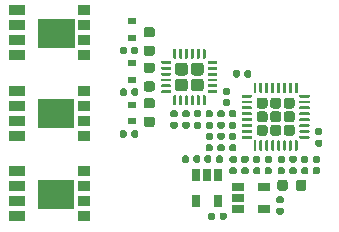
<source format=gbr>
%TF.GenerationSoftware,KiCad,Pcbnew,(5.1.6-0-10_14)*%
%TF.CreationDate,2021-03-16T08:34:44-04:00*%
%TF.ProjectId,F051_ESC,46303531-5f45-4534-932e-6b696361645f,rev?*%
%TF.SameCoordinates,Original*%
%TF.FileFunction,Paste,Bot*%
%TF.FilePolarity,Positive*%
%FSLAX46Y46*%
G04 Gerber Fmt 4.6, Leading zero omitted, Abs format (unit mm)*
G04 Created by KiCad (PCBNEW (5.1.6-0-10_14)) date 2021-03-16 08:34:44*
%MOMM*%
%LPD*%
G01*
G04 APERTURE LIST*
%ADD10C,0.010000*%
%ADD11R,1.050000X0.850000*%
%ADD12R,1.450000X0.850000*%
%ADD13R,0.650000X1.060000*%
%ADD14R,1.060000X0.650000*%
%ADD15R,0.700000X0.600000*%
G04 APERTURE END LIST*
D10*
%TO.C,Q5*%
G36*
X227560000Y-87986000D02*
G01*
X230540000Y-87986000D01*
X230540000Y-85614000D01*
X227560000Y-85614000D01*
X227560000Y-87986000D01*
G37*
X227560000Y-87986000D02*
X230540000Y-87986000D01*
X230540000Y-85614000D01*
X227560000Y-85614000D01*
X227560000Y-87986000D01*
%TO.C,Q3*%
G36*
X227560000Y-81186000D02*
G01*
X230540000Y-81186000D01*
X230540000Y-78814000D01*
X227560000Y-78814000D01*
X227560000Y-81186000D01*
G37*
X227560000Y-81186000D02*
X230540000Y-81186000D01*
X230540000Y-78814000D01*
X227560000Y-78814000D01*
X227560000Y-81186000D01*
%TO.C,Q1*%
G36*
X227600000Y-74386000D02*
G01*
X230580000Y-74386000D01*
X230580000Y-72014000D01*
X227600000Y-72014000D01*
X227600000Y-74386000D01*
G37*
X227600000Y-74386000D02*
X230580000Y-74386000D01*
X230580000Y-72014000D01*
X227600000Y-72014000D01*
X227600000Y-74386000D01*
%TD*%
D11*
%TO.C,Q5*%
X231450000Y-88705000D03*
X231450000Y-87435000D03*
X231450000Y-86165000D03*
X231450000Y-84895000D03*
D12*
X225750000Y-84895000D03*
X225750000Y-86165000D03*
X225750000Y-87435000D03*
X225750000Y-88705000D03*
%TD*%
D13*
%TO.C,U7*%
X240920000Y-87420000D03*
X242820000Y-87420000D03*
X242820000Y-85220000D03*
X241870000Y-85220000D03*
X240920000Y-85220000D03*
%TD*%
%TO.C,C2*%
G36*
G01*
X244650000Y-76487500D02*
X244650000Y-76832500D01*
G75*
G02*
X244502500Y-76980000I-147500J0D01*
G01*
X244207500Y-76980000D01*
G75*
G02*
X244060000Y-76832500I0J147500D01*
G01*
X244060000Y-76487500D01*
G75*
G02*
X244207500Y-76340000I147500J0D01*
G01*
X244502500Y-76340000D01*
G75*
G02*
X244650000Y-76487500I0J-147500D01*
G01*
G37*
G36*
G01*
X245620000Y-76487500D02*
X245620000Y-76832500D01*
G75*
G02*
X245472500Y-76980000I-147500J0D01*
G01*
X245177500Y-76980000D01*
G75*
G02*
X245030000Y-76832500I0J147500D01*
G01*
X245030000Y-76487500D01*
G75*
G02*
X245177500Y-76340000I147500J0D01*
G01*
X245472500Y-76340000D01*
G75*
G02*
X245620000Y-76487500I0J-147500D01*
G01*
G37*
%TD*%
%TO.C,R3*%
G36*
G01*
X242620000Y-84072500D02*
X242620000Y-83727500D01*
G75*
G02*
X242767500Y-83580000I147500J0D01*
G01*
X243062500Y-83580000D01*
G75*
G02*
X243210000Y-83727500I0J-147500D01*
G01*
X243210000Y-84072500D01*
G75*
G02*
X243062500Y-84220000I-147500J0D01*
G01*
X242767500Y-84220000D01*
G75*
G02*
X242620000Y-84072500I0J147500D01*
G01*
G37*
G36*
G01*
X241650000Y-84072500D02*
X241650000Y-83727500D01*
G75*
G02*
X241797500Y-83580000I147500J0D01*
G01*
X242092500Y-83580000D01*
G75*
G02*
X242240000Y-83727500I0J-147500D01*
G01*
X242240000Y-84072500D01*
G75*
G02*
X242092500Y-84220000I-147500J0D01*
G01*
X241797500Y-84220000D01*
G75*
G02*
X241650000Y-84072500I0J147500D01*
G01*
G37*
%TD*%
%TO.C,C8*%
G36*
G01*
X240710000Y-84072500D02*
X240710000Y-83727500D01*
G75*
G02*
X240857500Y-83580000I147500J0D01*
G01*
X241152500Y-83580000D01*
G75*
G02*
X241300000Y-83727500I0J-147500D01*
G01*
X241300000Y-84072500D01*
G75*
G02*
X241152500Y-84220000I-147500J0D01*
G01*
X240857500Y-84220000D01*
G75*
G02*
X240710000Y-84072500I0J147500D01*
G01*
G37*
G36*
G01*
X239740000Y-84072500D02*
X239740000Y-83727500D01*
G75*
G02*
X239887500Y-83580000I147500J0D01*
G01*
X240182500Y-83580000D01*
G75*
G02*
X240330000Y-83727500I0J-147500D01*
G01*
X240330000Y-84072500D01*
G75*
G02*
X240182500Y-84220000I-147500J0D01*
G01*
X239887500Y-84220000D01*
G75*
G02*
X239740000Y-84072500I0J147500D01*
G01*
G37*
%TD*%
%TO.C,R2*%
G36*
G01*
X242550000Y-88567500D02*
X242550000Y-88912500D01*
G75*
G02*
X242402500Y-89060000I-147500J0D01*
G01*
X242107500Y-89060000D01*
G75*
G02*
X241960000Y-88912500I0J147500D01*
G01*
X241960000Y-88567500D01*
G75*
G02*
X242107500Y-88420000I147500J0D01*
G01*
X242402500Y-88420000D01*
G75*
G02*
X242550000Y-88567500I0J-147500D01*
G01*
G37*
G36*
G01*
X243520000Y-88567500D02*
X243520000Y-88912500D01*
G75*
G02*
X243372500Y-89060000I-147500J0D01*
G01*
X243077500Y-89060000D01*
G75*
G02*
X242930000Y-88912500I0J147500D01*
G01*
X242930000Y-88567500D01*
G75*
G02*
X243077500Y-88420000I147500J0D01*
G01*
X243372500Y-88420000D01*
G75*
G02*
X243520000Y-88567500I0J-147500D01*
G01*
G37*
%TD*%
%TO.C,C7*%
G36*
G01*
X247867500Y-88010000D02*
X248212500Y-88010000D01*
G75*
G02*
X248360000Y-88157500I0J-147500D01*
G01*
X248360000Y-88452500D01*
G75*
G02*
X248212500Y-88600000I-147500J0D01*
G01*
X247867500Y-88600000D01*
G75*
G02*
X247720000Y-88452500I0J147500D01*
G01*
X247720000Y-88157500D01*
G75*
G02*
X247867500Y-88010000I147500J0D01*
G01*
G37*
G36*
G01*
X247867500Y-87040000D02*
X248212500Y-87040000D01*
G75*
G02*
X248360000Y-87187500I0J-147500D01*
G01*
X248360000Y-87482500D01*
G75*
G02*
X248212500Y-87630000I-147500J0D01*
G01*
X247867500Y-87630000D01*
G75*
G02*
X247720000Y-87482500I0J147500D01*
G01*
X247720000Y-87187500D01*
G75*
G02*
X247867500Y-87040000I147500J0D01*
G01*
G37*
%TD*%
%TO.C,FB1*%
G36*
G01*
X249400000Y-86366250D02*
X249400000Y-85853750D01*
G75*
G02*
X249618750Y-85635000I218750J0D01*
G01*
X250056250Y-85635000D01*
G75*
G02*
X250275000Y-85853750I0J-218750D01*
G01*
X250275000Y-86366250D01*
G75*
G02*
X250056250Y-86585000I-218750J0D01*
G01*
X249618750Y-86585000D01*
G75*
G02*
X249400000Y-86366250I0J218750D01*
G01*
G37*
G36*
G01*
X247825000Y-86366250D02*
X247825000Y-85853750D01*
G75*
G02*
X248043750Y-85635000I218750J0D01*
G01*
X248481250Y-85635000D01*
G75*
G02*
X248700000Y-85853750I0J-218750D01*
G01*
X248700000Y-86366250D01*
G75*
G02*
X248481250Y-86585000I-218750J0D01*
G01*
X248043750Y-86585000D01*
G75*
G02*
X247825000Y-86366250I0J218750D01*
G01*
G37*
%TD*%
%TO.C,C6*%
G36*
G01*
X248977500Y-84590000D02*
X249322500Y-84590000D01*
G75*
G02*
X249470000Y-84737500I0J-147500D01*
G01*
X249470000Y-85032500D01*
G75*
G02*
X249322500Y-85180000I-147500J0D01*
G01*
X248977500Y-85180000D01*
G75*
G02*
X248830000Y-85032500I0J147500D01*
G01*
X248830000Y-84737500D01*
G75*
G02*
X248977500Y-84590000I147500J0D01*
G01*
G37*
G36*
G01*
X248977500Y-83620000D02*
X249322500Y-83620000D01*
G75*
G02*
X249470000Y-83767500I0J-147500D01*
G01*
X249470000Y-84062500D01*
G75*
G02*
X249322500Y-84210000I-147500J0D01*
G01*
X248977500Y-84210000D01*
G75*
G02*
X248830000Y-84062500I0J147500D01*
G01*
X248830000Y-83767500D01*
G75*
G02*
X248977500Y-83620000I147500J0D01*
G01*
G37*
%TD*%
D14*
%TO.C,U5*%
X246720000Y-88130000D03*
X246720000Y-86230000D03*
X244520000Y-86230000D03*
X244520000Y-87180000D03*
X244520000Y-88130000D03*
%TD*%
D15*
%TO.C,D4*%
X235500000Y-79290000D03*
X235500000Y-80690000D03*
%TD*%
%TO.C,D3*%
X235500000Y-72210000D03*
X235500000Y-73610000D03*
%TD*%
%TO.C,D2*%
X235500000Y-75750000D03*
X235500000Y-77150000D03*
%TD*%
%TO.C,C12*%
G36*
G01*
X236723750Y-77290000D02*
X237236250Y-77290000D01*
G75*
G02*
X237455000Y-77508750I0J-218750D01*
G01*
X237455000Y-77946250D01*
G75*
G02*
X237236250Y-78165000I-218750J0D01*
G01*
X236723750Y-78165000D01*
G75*
G02*
X236505000Y-77946250I0J218750D01*
G01*
X236505000Y-77508750D01*
G75*
G02*
X236723750Y-77290000I218750J0D01*
G01*
G37*
G36*
G01*
X236723750Y-75715000D02*
X237236250Y-75715000D01*
G75*
G02*
X237455000Y-75933750I0J-218750D01*
G01*
X237455000Y-76371250D01*
G75*
G02*
X237236250Y-76590000I-218750J0D01*
G01*
X236723750Y-76590000D01*
G75*
G02*
X236505000Y-76371250I0J218750D01*
G01*
X236505000Y-75933750D01*
G75*
G02*
X236723750Y-75715000I218750J0D01*
G01*
G37*
%TD*%
%TO.C,C11*%
G36*
G01*
X243347500Y-78820000D02*
X243692500Y-78820000D01*
G75*
G02*
X243840000Y-78967500I0J-147500D01*
G01*
X243840000Y-79262500D01*
G75*
G02*
X243692500Y-79410000I-147500J0D01*
G01*
X243347500Y-79410000D01*
G75*
G02*
X243200000Y-79262500I0J147500D01*
G01*
X243200000Y-78967500D01*
G75*
G02*
X243347500Y-78820000I147500J0D01*
G01*
G37*
G36*
G01*
X243347500Y-77850000D02*
X243692500Y-77850000D01*
G75*
G02*
X243840000Y-77997500I0J-147500D01*
G01*
X243840000Y-78292500D01*
G75*
G02*
X243692500Y-78440000I-147500J0D01*
G01*
X243347500Y-78440000D01*
G75*
G02*
X243200000Y-78292500I0J147500D01*
G01*
X243200000Y-77997500D01*
G75*
G02*
X243347500Y-77850000I147500J0D01*
G01*
G37*
%TD*%
%TO.C,R15*%
G36*
G01*
X242877500Y-82640000D02*
X243222500Y-82640000D01*
G75*
G02*
X243370000Y-82787500I0J-147500D01*
G01*
X243370000Y-83082500D01*
G75*
G02*
X243222500Y-83230000I-147500J0D01*
G01*
X242877500Y-83230000D01*
G75*
G02*
X242730000Y-83082500I0J147500D01*
G01*
X242730000Y-82787500D01*
G75*
G02*
X242877500Y-82640000I147500J0D01*
G01*
G37*
G36*
G01*
X242877500Y-81670000D02*
X243222500Y-81670000D01*
G75*
G02*
X243370000Y-81817500I0J-147500D01*
G01*
X243370000Y-82112500D01*
G75*
G02*
X243222500Y-82260000I-147500J0D01*
G01*
X242877500Y-82260000D01*
G75*
G02*
X242730000Y-82112500I0J147500D01*
G01*
X242730000Y-81817500D01*
G75*
G02*
X242877500Y-81670000I147500J0D01*
G01*
G37*
%TD*%
D11*
%TO.C,Q3*%
X231450000Y-81905000D03*
X231450000Y-80635000D03*
X231450000Y-79365000D03*
X231450000Y-78095000D03*
D12*
X225750000Y-78095000D03*
X225750000Y-79365000D03*
X225750000Y-80635000D03*
X225750000Y-81905000D03*
%TD*%
D11*
%TO.C,Q1*%
X231490000Y-75105000D03*
X231490000Y-73835000D03*
X231490000Y-72565000D03*
X231490000Y-71295000D03*
D12*
X225790000Y-71295000D03*
X225790000Y-72565000D03*
X225790000Y-73835000D03*
X225790000Y-75105000D03*
%TD*%
%TO.C,C1*%
G36*
G01*
X250957500Y-84590000D02*
X251302500Y-84590000D01*
G75*
G02*
X251450000Y-84737500I0J-147500D01*
G01*
X251450000Y-85032500D01*
G75*
G02*
X251302500Y-85180000I-147500J0D01*
G01*
X250957500Y-85180000D01*
G75*
G02*
X250810000Y-85032500I0J147500D01*
G01*
X250810000Y-84737500D01*
G75*
G02*
X250957500Y-84590000I147500J0D01*
G01*
G37*
G36*
G01*
X250957500Y-83620000D02*
X251302500Y-83620000D01*
G75*
G02*
X251450000Y-83767500I0J-147500D01*
G01*
X251450000Y-84062500D01*
G75*
G02*
X251302500Y-84210000I-147500J0D01*
G01*
X250957500Y-84210000D01*
G75*
G02*
X250810000Y-84062500I0J147500D01*
G01*
X250810000Y-83767500D01*
G75*
G02*
X250957500Y-83620000I147500J0D01*
G01*
G37*
%TD*%
%TO.C,R24*%
G36*
G01*
X243917500Y-84590000D02*
X244262500Y-84590000D01*
G75*
G02*
X244410000Y-84737500I0J-147500D01*
G01*
X244410000Y-85032500D01*
G75*
G02*
X244262500Y-85180000I-147500J0D01*
G01*
X243917500Y-85180000D01*
G75*
G02*
X243770000Y-85032500I0J147500D01*
G01*
X243770000Y-84737500D01*
G75*
G02*
X243917500Y-84590000I147500J0D01*
G01*
G37*
G36*
G01*
X243917500Y-83620000D02*
X244262500Y-83620000D01*
G75*
G02*
X244410000Y-83767500I0J-147500D01*
G01*
X244410000Y-84062500D01*
G75*
G02*
X244262500Y-84210000I-147500J0D01*
G01*
X243917500Y-84210000D01*
G75*
G02*
X243770000Y-84062500I0J147500D01*
G01*
X243770000Y-83767500D01*
G75*
G02*
X243917500Y-83620000I147500J0D01*
G01*
G37*
%TD*%
%TO.C,R23*%
G36*
G01*
X251147500Y-82230000D02*
X251492500Y-82230000D01*
G75*
G02*
X251640000Y-82377500I0J-147500D01*
G01*
X251640000Y-82672500D01*
G75*
G02*
X251492500Y-82820000I-147500J0D01*
G01*
X251147500Y-82820000D01*
G75*
G02*
X251000000Y-82672500I0J147500D01*
G01*
X251000000Y-82377500D01*
G75*
G02*
X251147500Y-82230000I147500J0D01*
G01*
G37*
G36*
G01*
X251147500Y-81260000D02*
X251492500Y-81260000D01*
G75*
G02*
X251640000Y-81407500I0J-147500D01*
G01*
X251640000Y-81702500D01*
G75*
G02*
X251492500Y-81850000I-147500J0D01*
G01*
X251147500Y-81850000D01*
G75*
G02*
X251000000Y-81702500I0J147500D01*
G01*
X251000000Y-81407500D01*
G75*
G02*
X251147500Y-81260000I147500J0D01*
G01*
G37*
%TD*%
%TO.C,R21*%
G36*
G01*
X244907500Y-84590000D02*
X245252500Y-84590000D01*
G75*
G02*
X245400000Y-84737500I0J-147500D01*
G01*
X245400000Y-85032500D01*
G75*
G02*
X245252500Y-85180000I-147500J0D01*
G01*
X244907500Y-85180000D01*
G75*
G02*
X244760000Y-85032500I0J147500D01*
G01*
X244760000Y-84737500D01*
G75*
G02*
X244907500Y-84590000I147500J0D01*
G01*
G37*
G36*
G01*
X244907500Y-83620000D02*
X245252500Y-83620000D01*
G75*
G02*
X245400000Y-83767500I0J-147500D01*
G01*
X245400000Y-84062500D01*
G75*
G02*
X245252500Y-84210000I-147500J0D01*
G01*
X244907500Y-84210000D01*
G75*
G02*
X244760000Y-84062500I0J147500D01*
G01*
X244760000Y-83767500D01*
G75*
G02*
X244907500Y-83620000I147500J0D01*
G01*
G37*
%TD*%
%TO.C,R20*%
G36*
G01*
X244212500Y-82260000D02*
X243867500Y-82260000D01*
G75*
G02*
X243720000Y-82112500I0J147500D01*
G01*
X243720000Y-81817500D01*
G75*
G02*
X243867500Y-81670000I147500J0D01*
G01*
X244212500Y-81670000D01*
G75*
G02*
X244360000Y-81817500I0J-147500D01*
G01*
X244360000Y-82112500D01*
G75*
G02*
X244212500Y-82260000I-147500J0D01*
G01*
G37*
G36*
G01*
X244212500Y-83230000D02*
X243867500Y-83230000D01*
G75*
G02*
X243720000Y-83082500I0J147500D01*
G01*
X243720000Y-82787500D01*
G75*
G02*
X243867500Y-82640000I147500J0D01*
G01*
X244212500Y-82640000D01*
G75*
G02*
X244360000Y-82787500I0J-147500D01*
G01*
X244360000Y-83082500D01*
G75*
G02*
X244212500Y-83230000I-147500J0D01*
G01*
G37*
%TD*%
%TO.C,R19*%
G36*
G01*
X247232500Y-84210000D02*
X246887500Y-84210000D01*
G75*
G02*
X246740000Y-84062500I0J147500D01*
G01*
X246740000Y-83767500D01*
G75*
G02*
X246887500Y-83620000I147500J0D01*
G01*
X247232500Y-83620000D01*
G75*
G02*
X247380000Y-83767500I0J-147500D01*
G01*
X247380000Y-84062500D01*
G75*
G02*
X247232500Y-84210000I-147500J0D01*
G01*
G37*
G36*
G01*
X247232500Y-85180000D02*
X246887500Y-85180000D01*
G75*
G02*
X246740000Y-85032500I0J147500D01*
G01*
X246740000Y-84737500D01*
G75*
G02*
X246887500Y-84590000I147500J0D01*
G01*
X247232500Y-84590000D01*
G75*
G02*
X247380000Y-84737500I0J-147500D01*
G01*
X247380000Y-85032500D01*
G75*
G02*
X247232500Y-85180000I-147500J0D01*
G01*
G37*
%TD*%
%TO.C,R18*%
G36*
G01*
X246242500Y-84210000D02*
X245897500Y-84210000D01*
G75*
G02*
X245750000Y-84062500I0J147500D01*
G01*
X245750000Y-83767500D01*
G75*
G02*
X245897500Y-83620000I147500J0D01*
G01*
X246242500Y-83620000D01*
G75*
G02*
X246390000Y-83767500I0J-147500D01*
G01*
X246390000Y-84062500D01*
G75*
G02*
X246242500Y-84210000I-147500J0D01*
G01*
G37*
G36*
G01*
X246242500Y-85180000D02*
X245897500Y-85180000D01*
G75*
G02*
X245750000Y-85032500I0J147500D01*
G01*
X245750000Y-84737500D01*
G75*
G02*
X245897500Y-84590000I147500J0D01*
G01*
X246242500Y-84590000D01*
G75*
G02*
X246390000Y-84737500I0J-147500D01*
G01*
X246390000Y-85032500D01*
G75*
G02*
X246242500Y-85180000I-147500J0D01*
G01*
G37*
%TD*%
%TO.C,R17*%
G36*
G01*
X241887500Y-82640000D02*
X242232500Y-82640000D01*
G75*
G02*
X242380000Y-82787500I0J-147500D01*
G01*
X242380000Y-83082500D01*
G75*
G02*
X242232500Y-83230000I-147500J0D01*
G01*
X241887500Y-83230000D01*
G75*
G02*
X241740000Y-83082500I0J147500D01*
G01*
X241740000Y-82787500D01*
G75*
G02*
X241887500Y-82640000I147500J0D01*
G01*
G37*
G36*
G01*
X241887500Y-81670000D02*
X242232500Y-81670000D01*
G75*
G02*
X242380000Y-81817500I0J-147500D01*
G01*
X242380000Y-82112500D01*
G75*
G02*
X242232500Y-82260000I-147500J0D01*
G01*
X241887500Y-82260000D01*
G75*
G02*
X241740000Y-82112500I0J147500D01*
G01*
X241740000Y-81817500D01*
G75*
G02*
X241887500Y-81670000I147500J0D01*
G01*
G37*
%TD*%
%TO.C,R16*%
G36*
G01*
X243867500Y-80730000D02*
X244212500Y-80730000D01*
G75*
G02*
X244360000Y-80877500I0J-147500D01*
G01*
X244360000Y-81172500D01*
G75*
G02*
X244212500Y-81320000I-147500J0D01*
G01*
X243867500Y-81320000D01*
G75*
G02*
X243720000Y-81172500I0J147500D01*
G01*
X243720000Y-80877500D01*
G75*
G02*
X243867500Y-80730000I147500J0D01*
G01*
G37*
G36*
G01*
X243867500Y-79760000D02*
X244212500Y-79760000D01*
G75*
G02*
X244360000Y-79907500I0J-147500D01*
G01*
X244360000Y-80202500D01*
G75*
G02*
X244212500Y-80350000I-147500J0D01*
G01*
X243867500Y-80350000D01*
G75*
G02*
X243720000Y-80202500I0J147500D01*
G01*
X243720000Y-79907500D01*
G75*
G02*
X243867500Y-79760000I147500J0D01*
G01*
G37*
%TD*%
%TO.C,R14*%
G36*
G01*
X242232500Y-80350000D02*
X241887500Y-80350000D01*
G75*
G02*
X241740000Y-80202500I0J147500D01*
G01*
X241740000Y-79907500D01*
G75*
G02*
X241887500Y-79760000I147500J0D01*
G01*
X242232500Y-79760000D01*
G75*
G02*
X242380000Y-79907500I0J-147500D01*
G01*
X242380000Y-80202500D01*
G75*
G02*
X242232500Y-80350000I-147500J0D01*
G01*
G37*
G36*
G01*
X242232500Y-81320000D02*
X241887500Y-81320000D01*
G75*
G02*
X241740000Y-81172500I0J147500D01*
G01*
X241740000Y-80877500D01*
G75*
G02*
X241887500Y-80730000I147500J0D01*
G01*
X242232500Y-80730000D01*
G75*
G02*
X242380000Y-80877500I0J-147500D01*
G01*
X242380000Y-81172500D01*
G75*
G02*
X242232500Y-81320000I-147500J0D01*
G01*
G37*
%TD*%
%TO.C,R13*%
G36*
G01*
X243222500Y-80350000D02*
X242877500Y-80350000D01*
G75*
G02*
X242730000Y-80202500I0J147500D01*
G01*
X242730000Y-79907500D01*
G75*
G02*
X242877500Y-79760000I147500J0D01*
G01*
X243222500Y-79760000D01*
G75*
G02*
X243370000Y-79907500I0J-147500D01*
G01*
X243370000Y-80202500D01*
G75*
G02*
X243222500Y-80350000I-147500J0D01*
G01*
G37*
G36*
G01*
X243222500Y-81320000D02*
X242877500Y-81320000D01*
G75*
G02*
X242730000Y-81172500I0J147500D01*
G01*
X242730000Y-80877500D01*
G75*
G02*
X242877500Y-80730000I147500J0D01*
G01*
X243222500Y-80730000D01*
G75*
G02*
X243370000Y-80877500I0J-147500D01*
G01*
X243370000Y-81172500D01*
G75*
G02*
X243222500Y-81320000I-147500J0D01*
G01*
G37*
%TD*%
%TO.C,R12*%
G36*
G01*
X241242500Y-80340000D02*
X240897500Y-80340000D01*
G75*
G02*
X240750000Y-80192500I0J147500D01*
G01*
X240750000Y-79897500D01*
G75*
G02*
X240897500Y-79750000I147500J0D01*
G01*
X241242500Y-79750000D01*
G75*
G02*
X241390000Y-79897500I0J-147500D01*
G01*
X241390000Y-80192500D01*
G75*
G02*
X241242500Y-80340000I-147500J0D01*
G01*
G37*
G36*
G01*
X241242500Y-81310000D02*
X240897500Y-81310000D01*
G75*
G02*
X240750000Y-81162500I0J147500D01*
G01*
X240750000Y-80867500D01*
G75*
G02*
X240897500Y-80720000I147500J0D01*
G01*
X241242500Y-80720000D01*
G75*
G02*
X241390000Y-80867500I0J-147500D01*
G01*
X241390000Y-81162500D01*
G75*
G02*
X241242500Y-81310000I-147500J0D01*
G01*
G37*
%TD*%
%TO.C,R11*%
G36*
G01*
X235460000Y-81932500D02*
X235460000Y-81587500D01*
G75*
G02*
X235607500Y-81440000I147500J0D01*
G01*
X235902500Y-81440000D01*
G75*
G02*
X236050000Y-81587500I0J-147500D01*
G01*
X236050000Y-81932500D01*
G75*
G02*
X235902500Y-82080000I-147500J0D01*
G01*
X235607500Y-82080000D01*
G75*
G02*
X235460000Y-81932500I0J147500D01*
G01*
G37*
G36*
G01*
X234490000Y-81932500D02*
X234490000Y-81587500D01*
G75*
G02*
X234637500Y-81440000I147500J0D01*
G01*
X234932500Y-81440000D01*
G75*
G02*
X235080000Y-81587500I0J-147500D01*
G01*
X235080000Y-81932500D01*
G75*
G02*
X234932500Y-82080000I-147500J0D01*
G01*
X234637500Y-82080000D01*
G75*
G02*
X234490000Y-81932500I0J147500D01*
G01*
G37*
%TD*%
%TO.C,R10*%
G36*
G01*
X240252500Y-80340000D02*
X239907500Y-80340000D01*
G75*
G02*
X239760000Y-80192500I0J147500D01*
G01*
X239760000Y-79897500D01*
G75*
G02*
X239907500Y-79750000I147500J0D01*
G01*
X240252500Y-79750000D01*
G75*
G02*
X240400000Y-79897500I0J-147500D01*
G01*
X240400000Y-80192500D01*
G75*
G02*
X240252500Y-80340000I-147500J0D01*
G01*
G37*
G36*
G01*
X240252500Y-81310000D02*
X239907500Y-81310000D01*
G75*
G02*
X239760000Y-81162500I0J147500D01*
G01*
X239760000Y-80867500D01*
G75*
G02*
X239907500Y-80720000I147500J0D01*
G01*
X240252500Y-80720000D01*
G75*
G02*
X240400000Y-80867500I0J-147500D01*
G01*
X240400000Y-81162500D01*
G75*
G02*
X240252500Y-81310000I-147500J0D01*
G01*
G37*
%TD*%
%TO.C,R9*%
G36*
G01*
X235460000Y-78392500D02*
X235460000Y-78047500D01*
G75*
G02*
X235607500Y-77900000I147500J0D01*
G01*
X235902500Y-77900000D01*
G75*
G02*
X236050000Y-78047500I0J-147500D01*
G01*
X236050000Y-78392500D01*
G75*
G02*
X235902500Y-78540000I-147500J0D01*
G01*
X235607500Y-78540000D01*
G75*
G02*
X235460000Y-78392500I0J147500D01*
G01*
G37*
G36*
G01*
X234490000Y-78392500D02*
X234490000Y-78047500D01*
G75*
G02*
X234637500Y-77900000I147500J0D01*
G01*
X234932500Y-77900000D01*
G75*
G02*
X235080000Y-78047500I0J-147500D01*
G01*
X235080000Y-78392500D01*
G75*
G02*
X234932500Y-78540000I-147500J0D01*
G01*
X234637500Y-78540000D01*
G75*
G02*
X234490000Y-78392500I0J147500D01*
G01*
G37*
%TD*%
%TO.C,R8*%
G36*
G01*
X239262500Y-80340000D02*
X238917500Y-80340000D01*
G75*
G02*
X238770000Y-80192500I0J147500D01*
G01*
X238770000Y-79897500D01*
G75*
G02*
X238917500Y-79750000I147500J0D01*
G01*
X239262500Y-79750000D01*
G75*
G02*
X239410000Y-79897500I0J-147500D01*
G01*
X239410000Y-80192500D01*
G75*
G02*
X239262500Y-80340000I-147500J0D01*
G01*
G37*
G36*
G01*
X239262500Y-81310000D02*
X238917500Y-81310000D01*
G75*
G02*
X238770000Y-81162500I0J147500D01*
G01*
X238770000Y-80867500D01*
G75*
G02*
X238917500Y-80720000I147500J0D01*
G01*
X239262500Y-80720000D01*
G75*
G02*
X239410000Y-80867500I0J-147500D01*
G01*
X239410000Y-81162500D01*
G75*
G02*
X239262500Y-81310000I-147500J0D01*
G01*
G37*
%TD*%
%TO.C,R7*%
G36*
G01*
X235460000Y-74852500D02*
X235460000Y-74507500D01*
G75*
G02*
X235607500Y-74360000I147500J0D01*
G01*
X235902500Y-74360000D01*
G75*
G02*
X236050000Y-74507500I0J-147500D01*
G01*
X236050000Y-74852500D01*
G75*
G02*
X235902500Y-75000000I-147500J0D01*
G01*
X235607500Y-75000000D01*
G75*
G02*
X235460000Y-74852500I0J147500D01*
G01*
G37*
G36*
G01*
X234490000Y-74852500D02*
X234490000Y-74507500D01*
G75*
G02*
X234637500Y-74360000I147500J0D01*
G01*
X234932500Y-74360000D01*
G75*
G02*
X235080000Y-74507500I0J-147500D01*
G01*
X235080000Y-74852500D01*
G75*
G02*
X234932500Y-75000000I-147500J0D01*
G01*
X234637500Y-75000000D01*
G75*
G02*
X234490000Y-74852500I0J147500D01*
G01*
G37*
%TD*%
%TO.C,C15*%
G36*
G01*
X249967500Y-84590000D02*
X250312500Y-84590000D01*
G75*
G02*
X250460000Y-84737500I0J-147500D01*
G01*
X250460000Y-85032500D01*
G75*
G02*
X250312500Y-85180000I-147500J0D01*
G01*
X249967500Y-85180000D01*
G75*
G02*
X249820000Y-85032500I0J147500D01*
G01*
X249820000Y-84737500D01*
G75*
G02*
X249967500Y-84590000I147500J0D01*
G01*
G37*
G36*
G01*
X249967500Y-83620000D02*
X250312500Y-83620000D01*
G75*
G02*
X250460000Y-83767500I0J-147500D01*
G01*
X250460000Y-84062500D01*
G75*
G02*
X250312500Y-84210000I-147500J0D01*
G01*
X249967500Y-84210000D01*
G75*
G02*
X249820000Y-84062500I0J147500D01*
G01*
X249820000Y-83767500D01*
G75*
G02*
X249967500Y-83620000I147500J0D01*
G01*
G37*
%TD*%
%TO.C,C14*%
G36*
G01*
X236723750Y-80300000D02*
X237236250Y-80300000D01*
G75*
G02*
X237455000Y-80518750I0J-218750D01*
G01*
X237455000Y-80956250D01*
G75*
G02*
X237236250Y-81175000I-218750J0D01*
G01*
X236723750Y-81175000D01*
G75*
G02*
X236505000Y-80956250I0J218750D01*
G01*
X236505000Y-80518750D01*
G75*
G02*
X236723750Y-80300000I218750J0D01*
G01*
G37*
G36*
G01*
X236723750Y-78725000D02*
X237236250Y-78725000D01*
G75*
G02*
X237455000Y-78943750I0J-218750D01*
G01*
X237455000Y-79381250D01*
G75*
G02*
X237236250Y-79600000I-218750J0D01*
G01*
X236723750Y-79600000D01*
G75*
G02*
X236505000Y-79381250I0J218750D01*
G01*
X236505000Y-78943750D01*
G75*
G02*
X236723750Y-78725000I218750J0D01*
G01*
G37*
%TD*%
%TO.C,C13*%
G36*
G01*
X236723750Y-74280000D02*
X237236250Y-74280000D01*
G75*
G02*
X237455000Y-74498750I0J-218750D01*
G01*
X237455000Y-74936250D01*
G75*
G02*
X237236250Y-75155000I-218750J0D01*
G01*
X236723750Y-75155000D01*
G75*
G02*
X236505000Y-74936250I0J218750D01*
G01*
X236505000Y-74498750D01*
G75*
G02*
X236723750Y-74280000I218750J0D01*
G01*
G37*
G36*
G01*
X236723750Y-72705000D02*
X237236250Y-72705000D01*
G75*
G02*
X237455000Y-72923750I0J-218750D01*
G01*
X237455000Y-73361250D01*
G75*
G02*
X237236250Y-73580000I-218750J0D01*
G01*
X236723750Y-73580000D01*
G75*
G02*
X236505000Y-73361250I0J218750D01*
G01*
X236505000Y-72923750D01*
G75*
G02*
X236723750Y-72705000I218750J0D01*
G01*
G37*
%TD*%
%TO.C,C3*%
G36*
G01*
X247987500Y-84590000D02*
X248332500Y-84590000D01*
G75*
G02*
X248480000Y-84737500I0J-147500D01*
G01*
X248480000Y-85032500D01*
G75*
G02*
X248332500Y-85180000I-147500J0D01*
G01*
X247987500Y-85180000D01*
G75*
G02*
X247840000Y-85032500I0J147500D01*
G01*
X247840000Y-84737500D01*
G75*
G02*
X247987500Y-84590000I147500J0D01*
G01*
G37*
G36*
G01*
X247987500Y-83620000D02*
X248332500Y-83620000D01*
G75*
G02*
X248480000Y-83767500I0J-147500D01*
G01*
X248480000Y-84062500D01*
G75*
G02*
X248332500Y-84210000I-147500J0D01*
G01*
X247987500Y-84210000D01*
G75*
G02*
X247840000Y-84062500I0J147500D01*
G01*
X247840000Y-83767500D01*
G75*
G02*
X247987500Y-83620000I147500J0D01*
G01*
G37*
%TD*%
%TO.C,U2*%
G36*
G01*
X249492500Y-83175000D02*
X249367500Y-83175000D01*
G75*
G02*
X249305000Y-83112500I0J62500D01*
G01*
X249305000Y-82362500D01*
G75*
G02*
X249367500Y-82300000I62500J0D01*
G01*
X249492500Y-82300000D01*
G75*
G02*
X249555000Y-82362500I0J-62500D01*
G01*
X249555000Y-83112500D01*
G75*
G02*
X249492500Y-83175000I-62500J0D01*
G01*
G37*
G36*
G01*
X248992500Y-83175000D02*
X248867500Y-83175000D01*
G75*
G02*
X248805000Y-83112500I0J62500D01*
G01*
X248805000Y-82362500D01*
G75*
G02*
X248867500Y-82300000I62500J0D01*
G01*
X248992500Y-82300000D01*
G75*
G02*
X249055000Y-82362500I0J-62500D01*
G01*
X249055000Y-83112500D01*
G75*
G02*
X248992500Y-83175000I-62500J0D01*
G01*
G37*
G36*
G01*
X248492500Y-83175000D02*
X248367500Y-83175000D01*
G75*
G02*
X248305000Y-83112500I0J62500D01*
G01*
X248305000Y-82362500D01*
G75*
G02*
X248367500Y-82300000I62500J0D01*
G01*
X248492500Y-82300000D01*
G75*
G02*
X248555000Y-82362500I0J-62500D01*
G01*
X248555000Y-83112500D01*
G75*
G02*
X248492500Y-83175000I-62500J0D01*
G01*
G37*
G36*
G01*
X247992500Y-83175000D02*
X247867500Y-83175000D01*
G75*
G02*
X247805000Y-83112500I0J62500D01*
G01*
X247805000Y-82362500D01*
G75*
G02*
X247867500Y-82300000I62500J0D01*
G01*
X247992500Y-82300000D01*
G75*
G02*
X248055000Y-82362500I0J-62500D01*
G01*
X248055000Y-83112500D01*
G75*
G02*
X247992500Y-83175000I-62500J0D01*
G01*
G37*
G36*
G01*
X247492500Y-83175000D02*
X247367500Y-83175000D01*
G75*
G02*
X247305000Y-83112500I0J62500D01*
G01*
X247305000Y-82362500D01*
G75*
G02*
X247367500Y-82300000I62500J0D01*
G01*
X247492500Y-82300000D01*
G75*
G02*
X247555000Y-82362500I0J-62500D01*
G01*
X247555000Y-83112500D01*
G75*
G02*
X247492500Y-83175000I-62500J0D01*
G01*
G37*
G36*
G01*
X246992500Y-83175000D02*
X246867500Y-83175000D01*
G75*
G02*
X246805000Y-83112500I0J62500D01*
G01*
X246805000Y-82362500D01*
G75*
G02*
X246867500Y-82300000I62500J0D01*
G01*
X246992500Y-82300000D01*
G75*
G02*
X247055000Y-82362500I0J-62500D01*
G01*
X247055000Y-83112500D01*
G75*
G02*
X246992500Y-83175000I-62500J0D01*
G01*
G37*
G36*
G01*
X246492500Y-83175000D02*
X246367500Y-83175000D01*
G75*
G02*
X246305000Y-83112500I0J62500D01*
G01*
X246305000Y-82362500D01*
G75*
G02*
X246367500Y-82300000I62500J0D01*
G01*
X246492500Y-82300000D01*
G75*
G02*
X246555000Y-82362500I0J-62500D01*
G01*
X246555000Y-83112500D01*
G75*
G02*
X246492500Y-83175000I-62500J0D01*
G01*
G37*
G36*
G01*
X245992500Y-83175000D02*
X245867500Y-83175000D01*
G75*
G02*
X245805000Y-83112500I0J62500D01*
G01*
X245805000Y-82362500D01*
G75*
G02*
X245867500Y-82300000I62500J0D01*
G01*
X245992500Y-82300000D01*
G75*
G02*
X246055000Y-82362500I0J-62500D01*
G01*
X246055000Y-83112500D01*
G75*
G02*
X245992500Y-83175000I-62500J0D01*
G01*
G37*
G36*
G01*
X245617500Y-82175000D02*
X244867500Y-82175000D01*
G75*
G02*
X244805000Y-82112500I0J62500D01*
G01*
X244805000Y-81987500D01*
G75*
G02*
X244867500Y-81925000I62500J0D01*
G01*
X245617500Y-81925000D01*
G75*
G02*
X245680000Y-81987500I0J-62500D01*
G01*
X245680000Y-82112500D01*
G75*
G02*
X245617500Y-82175000I-62500J0D01*
G01*
G37*
G36*
G01*
X245617500Y-81675000D02*
X244867500Y-81675000D01*
G75*
G02*
X244805000Y-81612500I0J62500D01*
G01*
X244805000Y-81487500D01*
G75*
G02*
X244867500Y-81425000I62500J0D01*
G01*
X245617500Y-81425000D01*
G75*
G02*
X245680000Y-81487500I0J-62500D01*
G01*
X245680000Y-81612500D01*
G75*
G02*
X245617500Y-81675000I-62500J0D01*
G01*
G37*
G36*
G01*
X245617500Y-81175000D02*
X244867500Y-81175000D01*
G75*
G02*
X244805000Y-81112500I0J62500D01*
G01*
X244805000Y-80987500D01*
G75*
G02*
X244867500Y-80925000I62500J0D01*
G01*
X245617500Y-80925000D01*
G75*
G02*
X245680000Y-80987500I0J-62500D01*
G01*
X245680000Y-81112500D01*
G75*
G02*
X245617500Y-81175000I-62500J0D01*
G01*
G37*
G36*
G01*
X245617500Y-80675000D02*
X244867500Y-80675000D01*
G75*
G02*
X244805000Y-80612500I0J62500D01*
G01*
X244805000Y-80487500D01*
G75*
G02*
X244867500Y-80425000I62500J0D01*
G01*
X245617500Y-80425000D01*
G75*
G02*
X245680000Y-80487500I0J-62500D01*
G01*
X245680000Y-80612500D01*
G75*
G02*
X245617500Y-80675000I-62500J0D01*
G01*
G37*
G36*
G01*
X245617500Y-80175000D02*
X244867500Y-80175000D01*
G75*
G02*
X244805000Y-80112500I0J62500D01*
G01*
X244805000Y-79987500D01*
G75*
G02*
X244867500Y-79925000I62500J0D01*
G01*
X245617500Y-79925000D01*
G75*
G02*
X245680000Y-79987500I0J-62500D01*
G01*
X245680000Y-80112500D01*
G75*
G02*
X245617500Y-80175000I-62500J0D01*
G01*
G37*
G36*
G01*
X245617500Y-79675000D02*
X244867500Y-79675000D01*
G75*
G02*
X244805000Y-79612500I0J62500D01*
G01*
X244805000Y-79487500D01*
G75*
G02*
X244867500Y-79425000I62500J0D01*
G01*
X245617500Y-79425000D01*
G75*
G02*
X245680000Y-79487500I0J-62500D01*
G01*
X245680000Y-79612500D01*
G75*
G02*
X245617500Y-79675000I-62500J0D01*
G01*
G37*
G36*
G01*
X245617500Y-79175000D02*
X244867500Y-79175000D01*
G75*
G02*
X244805000Y-79112500I0J62500D01*
G01*
X244805000Y-78987500D01*
G75*
G02*
X244867500Y-78925000I62500J0D01*
G01*
X245617500Y-78925000D01*
G75*
G02*
X245680000Y-78987500I0J-62500D01*
G01*
X245680000Y-79112500D01*
G75*
G02*
X245617500Y-79175000I-62500J0D01*
G01*
G37*
G36*
G01*
X245617500Y-78675000D02*
X244867500Y-78675000D01*
G75*
G02*
X244805000Y-78612500I0J62500D01*
G01*
X244805000Y-78487500D01*
G75*
G02*
X244867500Y-78425000I62500J0D01*
G01*
X245617500Y-78425000D01*
G75*
G02*
X245680000Y-78487500I0J-62500D01*
G01*
X245680000Y-78612500D01*
G75*
G02*
X245617500Y-78675000I-62500J0D01*
G01*
G37*
G36*
G01*
X245992500Y-78300000D02*
X245867500Y-78300000D01*
G75*
G02*
X245805000Y-78237500I0J62500D01*
G01*
X245805000Y-77487500D01*
G75*
G02*
X245867500Y-77425000I62500J0D01*
G01*
X245992500Y-77425000D01*
G75*
G02*
X246055000Y-77487500I0J-62500D01*
G01*
X246055000Y-78237500D01*
G75*
G02*
X245992500Y-78300000I-62500J0D01*
G01*
G37*
G36*
G01*
X246492500Y-78300000D02*
X246367500Y-78300000D01*
G75*
G02*
X246305000Y-78237500I0J62500D01*
G01*
X246305000Y-77487500D01*
G75*
G02*
X246367500Y-77425000I62500J0D01*
G01*
X246492500Y-77425000D01*
G75*
G02*
X246555000Y-77487500I0J-62500D01*
G01*
X246555000Y-78237500D01*
G75*
G02*
X246492500Y-78300000I-62500J0D01*
G01*
G37*
G36*
G01*
X246992500Y-78300000D02*
X246867500Y-78300000D01*
G75*
G02*
X246805000Y-78237500I0J62500D01*
G01*
X246805000Y-77487500D01*
G75*
G02*
X246867500Y-77425000I62500J0D01*
G01*
X246992500Y-77425000D01*
G75*
G02*
X247055000Y-77487500I0J-62500D01*
G01*
X247055000Y-78237500D01*
G75*
G02*
X246992500Y-78300000I-62500J0D01*
G01*
G37*
G36*
G01*
X247492500Y-78300000D02*
X247367500Y-78300000D01*
G75*
G02*
X247305000Y-78237500I0J62500D01*
G01*
X247305000Y-77487500D01*
G75*
G02*
X247367500Y-77425000I62500J0D01*
G01*
X247492500Y-77425000D01*
G75*
G02*
X247555000Y-77487500I0J-62500D01*
G01*
X247555000Y-78237500D01*
G75*
G02*
X247492500Y-78300000I-62500J0D01*
G01*
G37*
G36*
G01*
X247992500Y-78300000D02*
X247867500Y-78300000D01*
G75*
G02*
X247805000Y-78237500I0J62500D01*
G01*
X247805000Y-77487500D01*
G75*
G02*
X247867500Y-77425000I62500J0D01*
G01*
X247992500Y-77425000D01*
G75*
G02*
X248055000Y-77487500I0J-62500D01*
G01*
X248055000Y-78237500D01*
G75*
G02*
X247992500Y-78300000I-62500J0D01*
G01*
G37*
G36*
G01*
X248492500Y-78300000D02*
X248367500Y-78300000D01*
G75*
G02*
X248305000Y-78237500I0J62500D01*
G01*
X248305000Y-77487500D01*
G75*
G02*
X248367500Y-77425000I62500J0D01*
G01*
X248492500Y-77425000D01*
G75*
G02*
X248555000Y-77487500I0J-62500D01*
G01*
X248555000Y-78237500D01*
G75*
G02*
X248492500Y-78300000I-62500J0D01*
G01*
G37*
G36*
G01*
X248992500Y-78300000D02*
X248867500Y-78300000D01*
G75*
G02*
X248805000Y-78237500I0J62500D01*
G01*
X248805000Y-77487500D01*
G75*
G02*
X248867500Y-77425000I62500J0D01*
G01*
X248992500Y-77425000D01*
G75*
G02*
X249055000Y-77487500I0J-62500D01*
G01*
X249055000Y-78237500D01*
G75*
G02*
X248992500Y-78300000I-62500J0D01*
G01*
G37*
G36*
G01*
X249492500Y-78300000D02*
X249367500Y-78300000D01*
G75*
G02*
X249305000Y-78237500I0J62500D01*
G01*
X249305000Y-77487500D01*
G75*
G02*
X249367500Y-77425000I62500J0D01*
G01*
X249492500Y-77425000D01*
G75*
G02*
X249555000Y-77487500I0J-62500D01*
G01*
X249555000Y-78237500D01*
G75*
G02*
X249492500Y-78300000I-62500J0D01*
G01*
G37*
G36*
G01*
X250492500Y-78675000D02*
X249742500Y-78675000D01*
G75*
G02*
X249680000Y-78612500I0J62500D01*
G01*
X249680000Y-78487500D01*
G75*
G02*
X249742500Y-78425000I62500J0D01*
G01*
X250492500Y-78425000D01*
G75*
G02*
X250555000Y-78487500I0J-62500D01*
G01*
X250555000Y-78612500D01*
G75*
G02*
X250492500Y-78675000I-62500J0D01*
G01*
G37*
G36*
G01*
X250492500Y-79175000D02*
X249742500Y-79175000D01*
G75*
G02*
X249680000Y-79112500I0J62500D01*
G01*
X249680000Y-78987500D01*
G75*
G02*
X249742500Y-78925000I62500J0D01*
G01*
X250492500Y-78925000D01*
G75*
G02*
X250555000Y-78987500I0J-62500D01*
G01*
X250555000Y-79112500D01*
G75*
G02*
X250492500Y-79175000I-62500J0D01*
G01*
G37*
G36*
G01*
X250492500Y-79675000D02*
X249742500Y-79675000D01*
G75*
G02*
X249680000Y-79612500I0J62500D01*
G01*
X249680000Y-79487500D01*
G75*
G02*
X249742500Y-79425000I62500J0D01*
G01*
X250492500Y-79425000D01*
G75*
G02*
X250555000Y-79487500I0J-62500D01*
G01*
X250555000Y-79612500D01*
G75*
G02*
X250492500Y-79675000I-62500J0D01*
G01*
G37*
G36*
G01*
X250492500Y-80175000D02*
X249742500Y-80175000D01*
G75*
G02*
X249680000Y-80112500I0J62500D01*
G01*
X249680000Y-79987500D01*
G75*
G02*
X249742500Y-79925000I62500J0D01*
G01*
X250492500Y-79925000D01*
G75*
G02*
X250555000Y-79987500I0J-62500D01*
G01*
X250555000Y-80112500D01*
G75*
G02*
X250492500Y-80175000I-62500J0D01*
G01*
G37*
G36*
G01*
X250492500Y-80675000D02*
X249742500Y-80675000D01*
G75*
G02*
X249680000Y-80612500I0J62500D01*
G01*
X249680000Y-80487500D01*
G75*
G02*
X249742500Y-80425000I62500J0D01*
G01*
X250492500Y-80425000D01*
G75*
G02*
X250555000Y-80487500I0J-62500D01*
G01*
X250555000Y-80612500D01*
G75*
G02*
X250492500Y-80675000I-62500J0D01*
G01*
G37*
G36*
G01*
X250492500Y-81175000D02*
X249742500Y-81175000D01*
G75*
G02*
X249680000Y-81112500I0J62500D01*
G01*
X249680000Y-80987500D01*
G75*
G02*
X249742500Y-80925000I62500J0D01*
G01*
X250492500Y-80925000D01*
G75*
G02*
X250555000Y-80987500I0J-62500D01*
G01*
X250555000Y-81112500D01*
G75*
G02*
X250492500Y-81175000I-62500J0D01*
G01*
G37*
G36*
G01*
X250492500Y-81675000D02*
X249742500Y-81675000D01*
G75*
G02*
X249680000Y-81612500I0J62500D01*
G01*
X249680000Y-81487500D01*
G75*
G02*
X249742500Y-81425000I62500J0D01*
G01*
X250492500Y-81425000D01*
G75*
G02*
X250555000Y-81487500I0J-62500D01*
G01*
X250555000Y-81612500D01*
G75*
G02*
X250492500Y-81675000I-62500J0D01*
G01*
G37*
G36*
G01*
X250492500Y-82175000D02*
X249742500Y-82175000D01*
G75*
G02*
X249680000Y-82112500I0J62500D01*
G01*
X249680000Y-81987500D01*
G75*
G02*
X249742500Y-81925000I62500J0D01*
G01*
X250492500Y-81925000D01*
G75*
G02*
X250555000Y-81987500I0J-62500D01*
G01*
X250555000Y-82112500D01*
G75*
G02*
X250492500Y-82175000I-62500J0D01*
G01*
G37*
G36*
G01*
X249062500Y-81915000D02*
X248597500Y-81915000D01*
G75*
G02*
X248365000Y-81682500I0J232500D01*
G01*
X248365000Y-81217500D01*
G75*
G02*
X248597500Y-80985000I232500J0D01*
G01*
X249062500Y-80985000D01*
G75*
G02*
X249295000Y-81217500I0J-232500D01*
G01*
X249295000Y-81682500D01*
G75*
G02*
X249062500Y-81915000I-232500J0D01*
G01*
G37*
G36*
G01*
X247912500Y-81915000D02*
X247447500Y-81915000D01*
G75*
G02*
X247215000Y-81682500I0J232500D01*
G01*
X247215000Y-81217500D01*
G75*
G02*
X247447500Y-80985000I232500J0D01*
G01*
X247912500Y-80985000D01*
G75*
G02*
X248145000Y-81217500I0J-232500D01*
G01*
X248145000Y-81682500D01*
G75*
G02*
X247912500Y-81915000I-232500J0D01*
G01*
G37*
G36*
G01*
X246762500Y-81915000D02*
X246297500Y-81915000D01*
G75*
G02*
X246065000Y-81682500I0J232500D01*
G01*
X246065000Y-81217500D01*
G75*
G02*
X246297500Y-80985000I232500J0D01*
G01*
X246762500Y-80985000D01*
G75*
G02*
X246995000Y-81217500I0J-232500D01*
G01*
X246995000Y-81682500D01*
G75*
G02*
X246762500Y-81915000I-232500J0D01*
G01*
G37*
G36*
G01*
X249062500Y-80765000D02*
X248597500Y-80765000D01*
G75*
G02*
X248365000Y-80532500I0J232500D01*
G01*
X248365000Y-80067500D01*
G75*
G02*
X248597500Y-79835000I232500J0D01*
G01*
X249062500Y-79835000D01*
G75*
G02*
X249295000Y-80067500I0J-232500D01*
G01*
X249295000Y-80532500D01*
G75*
G02*
X249062500Y-80765000I-232500J0D01*
G01*
G37*
G36*
G01*
X247912500Y-80765000D02*
X247447500Y-80765000D01*
G75*
G02*
X247215000Y-80532500I0J232500D01*
G01*
X247215000Y-80067500D01*
G75*
G02*
X247447500Y-79835000I232500J0D01*
G01*
X247912500Y-79835000D01*
G75*
G02*
X248145000Y-80067500I0J-232500D01*
G01*
X248145000Y-80532500D01*
G75*
G02*
X247912500Y-80765000I-232500J0D01*
G01*
G37*
G36*
G01*
X246762500Y-80765000D02*
X246297500Y-80765000D01*
G75*
G02*
X246065000Y-80532500I0J232500D01*
G01*
X246065000Y-80067500D01*
G75*
G02*
X246297500Y-79835000I232500J0D01*
G01*
X246762500Y-79835000D01*
G75*
G02*
X246995000Y-80067500I0J-232500D01*
G01*
X246995000Y-80532500D01*
G75*
G02*
X246762500Y-80765000I-232500J0D01*
G01*
G37*
G36*
G01*
X249062500Y-79615000D02*
X248597500Y-79615000D01*
G75*
G02*
X248365000Y-79382500I0J232500D01*
G01*
X248365000Y-78917500D01*
G75*
G02*
X248597500Y-78685000I232500J0D01*
G01*
X249062500Y-78685000D01*
G75*
G02*
X249295000Y-78917500I0J-232500D01*
G01*
X249295000Y-79382500D01*
G75*
G02*
X249062500Y-79615000I-232500J0D01*
G01*
G37*
G36*
G01*
X247912500Y-79615000D02*
X247447500Y-79615000D01*
G75*
G02*
X247215000Y-79382500I0J232500D01*
G01*
X247215000Y-78917500D01*
G75*
G02*
X247447500Y-78685000I232500J0D01*
G01*
X247912500Y-78685000D01*
G75*
G02*
X248145000Y-78917500I0J-232500D01*
G01*
X248145000Y-79382500D01*
G75*
G02*
X247912500Y-79615000I-232500J0D01*
G01*
G37*
G36*
G01*
X246762500Y-79615000D02*
X246297500Y-79615000D01*
G75*
G02*
X246065000Y-79382500I0J232500D01*
G01*
X246065000Y-78917500D01*
G75*
G02*
X246297500Y-78685000I232500J0D01*
G01*
X246762500Y-78685000D01*
G75*
G02*
X246995000Y-78917500I0J-232500D01*
G01*
X246995000Y-79382500D01*
G75*
G02*
X246762500Y-79615000I-232500J0D01*
G01*
G37*
%TD*%
%TO.C,U1*%
G36*
G01*
X242755000Y-75627500D02*
X242755000Y-75752500D01*
G75*
G02*
X242692500Y-75815000I-62500J0D01*
G01*
X241992500Y-75815000D01*
G75*
G02*
X241930000Y-75752500I0J62500D01*
G01*
X241930000Y-75627500D01*
G75*
G02*
X241992500Y-75565000I62500J0D01*
G01*
X242692500Y-75565000D01*
G75*
G02*
X242755000Y-75627500I0J-62500D01*
G01*
G37*
G36*
G01*
X242755000Y-76127500D02*
X242755000Y-76252500D01*
G75*
G02*
X242692500Y-76315000I-62500J0D01*
G01*
X241992500Y-76315000D01*
G75*
G02*
X241930000Y-76252500I0J62500D01*
G01*
X241930000Y-76127500D01*
G75*
G02*
X241992500Y-76065000I62500J0D01*
G01*
X242692500Y-76065000D01*
G75*
G02*
X242755000Y-76127500I0J-62500D01*
G01*
G37*
G36*
G01*
X242755000Y-76627500D02*
X242755000Y-76752500D01*
G75*
G02*
X242692500Y-76815000I-62500J0D01*
G01*
X241992500Y-76815000D01*
G75*
G02*
X241930000Y-76752500I0J62500D01*
G01*
X241930000Y-76627500D01*
G75*
G02*
X241992500Y-76565000I62500J0D01*
G01*
X242692500Y-76565000D01*
G75*
G02*
X242755000Y-76627500I0J-62500D01*
G01*
G37*
G36*
G01*
X242755000Y-77127500D02*
X242755000Y-77252500D01*
G75*
G02*
X242692500Y-77315000I-62500J0D01*
G01*
X241992500Y-77315000D01*
G75*
G02*
X241930000Y-77252500I0J62500D01*
G01*
X241930000Y-77127500D01*
G75*
G02*
X241992500Y-77065000I62500J0D01*
G01*
X242692500Y-77065000D01*
G75*
G02*
X242755000Y-77127500I0J-62500D01*
G01*
G37*
G36*
G01*
X242755000Y-77627500D02*
X242755000Y-77752500D01*
G75*
G02*
X242692500Y-77815000I-62500J0D01*
G01*
X241992500Y-77815000D01*
G75*
G02*
X241930000Y-77752500I0J62500D01*
G01*
X241930000Y-77627500D01*
G75*
G02*
X241992500Y-77565000I62500J0D01*
G01*
X242692500Y-77565000D01*
G75*
G02*
X242755000Y-77627500I0J-62500D01*
G01*
G37*
G36*
G01*
X242755000Y-78127500D02*
X242755000Y-78252500D01*
G75*
G02*
X242692500Y-78315000I-62500J0D01*
G01*
X241992500Y-78315000D01*
G75*
G02*
X241930000Y-78252500I0J62500D01*
G01*
X241930000Y-78127500D01*
G75*
G02*
X241992500Y-78065000I62500J0D01*
G01*
X242692500Y-78065000D01*
G75*
G02*
X242755000Y-78127500I0J-62500D01*
G01*
G37*
G36*
G01*
X241755000Y-78552500D02*
X241755000Y-79252500D01*
G75*
G02*
X241692500Y-79315000I-62500J0D01*
G01*
X241567500Y-79315000D01*
G75*
G02*
X241505000Y-79252500I0J62500D01*
G01*
X241505000Y-78552500D01*
G75*
G02*
X241567500Y-78490000I62500J0D01*
G01*
X241692500Y-78490000D01*
G75*
G02*
X241755000Y-78552500I0J-62500D01*
G01*
G37*
G36*
G01*
X241255000Y-78552500D02*
X241255000Y-79252500D01*
G75*
G02*
X241192500Y-79315000I-62500J0D01*
G01*
X241067500Y-79315000D01*
G75*
G02*
X241005000Y-79252500I0J62500D01*
G01*
X241005000Y-78552500D01*
G75*
G02*
X241067500Y-78490000I62500J0D01*
G01*
X241192500Y-78490000D01*
G75*
G02*
X241255000Y-78552500I0J-62500D01*
G01*
G37*
G36*
G01*
X240755000Y-78552500D02*
X240755000Y-79252500D01*
G75*
G02*
X240692500Y-79315000I-62500J0D01*
G01*
X240567500Y-79315000D01*
G75*
G02*
X240505000Y-79252500I0J62500D01*
G01*
X240505000Y-78552500D01*
G75*
G02*
X240567500Y-78490000I62500J0D01*
G01*
X240692500Y-78490000D01*
G75*
G02*
X240755000Y-78552500I0J-62500D01*
G01*
G37*
G36*
G01*
X240255000Y-78552500D02*
X240255000Y-79252500D01*
G75*
G02*
X240192500Y-79315000I-62500J0D01*
G01*
X240067500Y-79315000D01*
G75*
G02*
X240005000Y-79252500I0J62500D01*
G01*
X240005000Y-78552500D01*
G75*
G02*
X240067500Y-78490000I62500J0D01*
G01*
X240192500Y-78490000D01*
G75*
G02*
X240255000Y-78552500I0J-62500D01*
G01*
G37*
G36*
G01*
X239755000Y-78552500D02*
X239755000Y-79252500D01*
G75*
G02*
X239692500Y-79315000I-62500J0D01*
G01*
X239567500Y-79315000D01*
G75*
G02*
X239505000Y-79252500I0J62500D01*
G01*
X239505000Y-78552500D01*
G75*
G02*
X239567500Y-78490000I62500J0D01*
G01*
X239692500Y-78490000D01*
G75*
G02*
X239755000Y-78552500I0J-62500D01*
G01*
G37*
G36*
G01*
X239255000Y-78552500D02*
X239255000Y-79252500D01*
G75*
G02*
X239192500Y-79315000I-62500J0D01*
G01*
X239067500Y-79315000D01*
G75*
G02*
X239005000Y-79252500I0J62500D01*
G01*
X239005000Y-78552500D01*
G75*
G02*
X239067500Y-78490000I62500J0D01*
G01*
X239192500Y-78490000D01*
G75*
G02*
X239255000Y-78552500I0J-62500D01*
G01*
G37*
G36*
G01*
X238830000Y-78127500D02*
X238830000Y-78252500D01*
G75*
G02*
X238767500Y-78315000I-62500J0D01*
G01*
X238067500Y-78315000D01*
G75*
G02*
X238005000Y-78252500I0J62500D01*
G01*
X238005000Y-78127500D01*
G75*
G02*
X238067500Y-78065000I62500J0D01*
G01*
X238767500Y-78065000D01*
G75*
G02*
X238830000Y-78127500I0J-62500D01*
G01*
G37*
G36*
G01*
X238830000Y-77627500D02*
X238830000Y-77752500D01*
G75*
G02*
X238767500Y-77815000I-62500J0D01*
G01*
X238067500Y-77815000D01*
G75*
G02*
X238005000Y-77752500I0J62500D01*
G01*
X238005000Y-77627500D01*
G75*
G02*
X238067500Y-77565000I62500J0D01*
G01*
X238767500Y-77565000D01*
G75*
G02*
X238830000Y-77627500I0J-62500D01*
G01*
G37*
G36*
G01*
X238830000Y-77127500D02*
X238830000Y-77252500D01*
G75*
G02*
X238767500Y-77315000I-62500J0D01*
G01*
X238067500Y-77315000D01*
G75*
G02*
X238005000Y-77252500I0J62500D01*
G01*
X238005000Y-77127500D01*
G75*
G02*
X238067500Y-77065000I62500J0D01*
G01*
X238767500Y-77065000D01*
G75*
G02*
X238830000Y-77127500I0J-62500D01*
G01*
G37*
G36*
G01*
X238830000Y-76627500D02*
X238830000Y-76752500D01*
G75*
G02*
X238767500Y-76815000I-62500J0D01*
G01*
X238067500Y-76815000D01*
G75*
G02*
X238005000Y-76752500I0J62500D01*
G01*
X238005000Y-76627500D01*
G75*
G02*
X238067500Y-76565000I62500J0D01*
G01*
X238767500Y-76565000D01*
G75*
G02*
X238830000Y-76627500I0J-62500D01*
G01*
G37*
G36*
G01*
X238830000Y-76127500D02*
X238830000Y-76252500D01*
G75*
G02*
X238767500Y-76315000I-62500J0D01*
G01*
X238067500Y-76315000D01*
G75*
G02*
X238005000Y-76252500I0J62500D01*
G01*
X238005000Y-76127500D01*
G75*
G02*
X238067500Y-76065000I62500J0D01*
G01*
X238767500Y-76065000D01*
G75*
G02*
X238830000Y-76127500I0J-62500D01*
G01*
G37*
G36*
G01*
X238830000Y-75627500D02*
X238830000Y-75752500D01*
G75*
G02*
X238767500Y-75815000I-62500J0D01*
G01*
X238067500Y-75815000D01*
G75*
G02*
X238005000Y-75752500I0J62500D01*
G01*
X238005000Y-75627500D01*
G75*
G02*
X238067500Y-75565000I62500J0D01*
G01*
X238767500Y-75565000D01*
G75*
G02*
X238830000Y-75627500I0J-62500D01*
G01*
G37*
G36*
G01*
X239255000Y-74627500D02*
X239255000Y-75327500D01*
G75*
G02*
X239192500Y-75390000I-62500J0D01*
G01*
X239067500Y-75390000D01*
G75*
G02*
X239005000Y-75327500I0J62500D01*
G01*
X239005000Y-74627500D01*
G75*
G02*
X239067500Y-74565000I62500J0D01*
G01*
X239192500Y-74565000D01*
G75*
G02*
X239255000Y-74627500I0J-62500D01*
G01*
G37*
G36*
G01*
X239755000Y-74627500D02*
X239755000Y-75327500D01*
G75*
G02*
X239692500Y-75390000I-62500J0D01*
G01*
X239567500Y-75390000D01*
G75*
G02*
X239505000Y-75327500I0J62500D01*
G01*
X239505000Y-74627500D01*
G75*
G02*
X239567500Y-74565000I62500J0D01*
G01*
X239692500Y-74565000D01*
G75*
G02*
X239755000Y-74627500I0J-62500D01*
G01*
G37*
G36*
G01*
X240255000Y-74627500D02*
X240255000Y-75327500D01*
G75*
G02*
X240192500Y-75390000I-62500J0D01*
G01*
X240067500Y-75390000D01*
G75*
G02*
X240005000Y-75327500I0J62500D01*
G01*
X240005000Y-74627500D01*
G75*
G02*
X240067500Y-74565000I62500J0D01*
G01*
X240192500Y-74565000D01*
G75*
G02*
X240255000Y-74627500I0J-62500D01*
G01*
G37*
G36*
G01*
X240755000Y-74627500D02*
X240755000Y-75327500D01*
G75*
G02*
X240692500Y-75390000I-62500J0D01*
G01*
X240567500Y-75390000D01*
G75*
G02*
X240505000Y-75327500I0J62500D01*
G01*
X240505000Y-74627500D01*
G75*
G02*
X240567500Y-74565000I62500J0D01*
G01*
X240692500Y-74565000D01*
G75*
G02*
X240755000Y-74627500I0J-62500D01*
G01*
G37*
G36*
G01*
X241255000Y-74627500D02*
X241255000Y-75327500D01*
G75*
G02*
X241192500Y-75390000I-62500J0D01*
G01*
X241067500Y-75390000D01*
G75*
G02*
X241005000Y-75327500I0J62500D01*
G01*
X241005000Y-74627500D01*
G75*
G02*
X241067500Y-74565000I62500J0D01*
G01*
X241192500Y-74565000D01*
G75*
G02*
X241255000Y-74627500I0J-62500D01*
G01*
G37*
G36*
G01*
X241755000Y-74627500D02*
X241755000Y-75327500D01*
G75*
G02*
X241692500Y-75390000I-62500J0D01*
G01*
X241567500Y-75390000D01*
G75*
G02*
X241505000Y-75327500I0J62500D01*
G01*
X241505000Y-74627500D01*
G75*
G02*
X241567500Y-74565000I62500J0D01*
G01*
X241692500Y-74565000D01*
G75*
G02*
X241755000Y-74627500I0J-62500D01*
G01*
G37*
G36*
G01*
X241600000Y-75970000D02*
X241600000Y-76560000D01*
G75*
G02*
X241350000Y-76810000I-250000J0D01*
G01*
X240760000Y-76810000D01*
G75*
G02*
X240510000Y-76560000I0J250000D01*
G01*
X240510000Y-75970000D01*
G75*
G02*
X240760000Y-75720000I250000J0D01*
G01*
X241350000Y-75720000D01*
G75*
G02*
X241600000Y-75970000I0J-250000D01*
G01*
G37*
G36*
G01*
X241600000Y-77320000D02*
X241600000Y-77910000D01*
G75*
G02*
X241350000Y-78160000I-250000J0D01*
G01*
X240760000Y-78160000D01*
G75*
G02*
X240510000Y-77910000I0J250000D01*
G01*
X240510000Y-77320000D01*
G75*
G02*
X240760000Y-77070000I250000J0D01*
G01*
X241350000Y-77070000D01*
G75*
G02*
X241600000Y-77320000I0J-250000D01*
G01*
G37*
G36*
G01*
X240250000Y-75970000D02*
X240250000Y-76560000D01*
G75*
G02*
X240000000Y-76810000I-250000J0D01*
G01*
X239410000Y-76810000D01*
G75*
G02*
X239160000Y-76560000I0J250000D01*
G01*
X239160000Y-75970000D01*
G75*
G02*
X239410000Y-75720000I250000J0D01*
G01*
X240000000Y-75720000D01*
G75*
G02*
X240250000Y-75970000I0J-250000D01*
G01*
G37*
G36*
G01*
X240250000Y-77320000D02*
X240250000Y-77910000D01*
G75*
G02*
X240000000Y-78160000I-250000J0D01*
G01*
X239410000Y-78160000D01*
G75*
G02*
X239160000Y-77910000I0J250000D01*
G01*
X239160000Y-77320000D01*
G75*
G02*
X239410000Y-77070000I250000J0D01*
G01*
X240000000Y-77070000D01*
G75*
G02*
X240250000Y-77320000I0J-250000D01*
G01*
G37*
%TD*%
M02*

</source>
